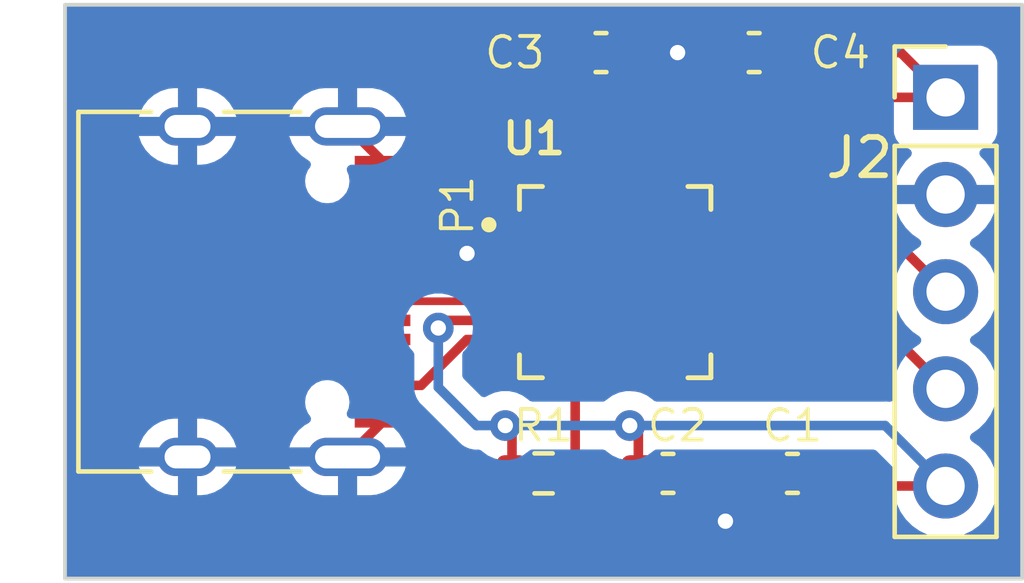
<source format=kicad_pcb>
(kicad_pcb (version 20221018) (generator pcbnew)
  (layers (0 "F.Cu" signal) (31 "B.Cu" signal) (34 "B.Paste" user) (35 "F.Paste" user) (36 "B.SilkS" user "B.Silkscreen") (37 "F.SilkS" user "F.Silkscreen") (38 "B.Mask" user) (39 "F.Mask" user) (44 "Edge.Cuts" user))
  (net 0 "")
  (net 1 "VDD")
  (net 2 "GND")
  (net 3 "VBUS")
  (net 4 "TXD")
  (net 5 "RXD")
  (net 7 "D+")
  (net 8 "D-")
  (net 10 "Net-(U1-~{RST})")
  (footprint "Capacitor_SMD:C_0603_1608Metric" (layer "F.Cu") (at 115.75 92.25)
    (fp_text reference "C2" (at 0.25 -1.25) (layer "F.SilkS") (effects (font (size 0.8 0.8) (thickness 0.1) bold)))
    (fp_text value "100nF")
    (fp_line (start -0.14058 -0.51) (end 0.14058 -0.51) (stroke (width 0.12)) (layer "F.SilkS"))
    (fp_line (start -0.14058 0.51) (end 0.14058 0.51) (stroke (width 0.12)) (layer "F.SilkS"))
    (pad "1" smd roundrect (at -0.775 0) (size 0.9 0.95) (layers "F.Cu" "F.Paste" "F.Mask") (net 1 "VDD"))
    (pad "2" smd roundrect (at 0.775 0) (size 0.9 0.95) (layers "F.Cu" "F.Paste" "F.Mask") (net 2 "GND"))
  )
  (footprint "Resistor_SMD:R_0603_1608Metric" (layer "F.Cu") (at 112.5 92.25)
    (fp_text reference "R1" (at 0 -1.25) (layer "F.SilkS") (effects (font (size 0.8 0.8) (thickness 0.1) bold)))
    (fp_text value "4.7K")
    (fp_line (start -0.237258 -0.5225) (end 0.237258 -0.5225) (stroke (width 0.12)) (layer "F.SilkS"))
    (fp_line (start -0.237258 0.5225) (end 0.237258 0.5225) (stroke (width 0.12)) (layer "F.SilkS"))
    (pad "1" smd roundrect (at -0.825 0) (size 0.8 0.95) (layers "F.Cu" "F.Paste" "F.Mask") (net 1 "VDD"))
    (pad "2" smd roundrect (at 0.825 0) (size 0.8 0.95) (layers "F.Cu" "F.Paste" "F.Mask") (net 10 "Net-(U1-~{RST})"))
  )
  (footprint "Connector_PinHeader_2.54mm:PinHeader_1x05_P2.54mm_Vertical" (layer "F.Cu") (at 123 82.42)
    (fp_text reference "J2" (at -2.25 1.58) (layer "F.SilkS"))
    (fp_text value "Conn_01x05_Pin" hide)
    (fp_line (start -1.33 -1.33) (end 0 -1.33) (stroke (width 0.12)) (layer "F.SilkS"))
    (fp_line (start -1.33 0) (end -1.33 -1.33) (stroke (width 0.12)) (layer "F.SilkS"))
    (fp_line (start -1.33 1.27) (end -1.33 11.49) (stroke (width 0.12)) (layer "F.SilkS"))
    (fp_line (start -1.33 1.27) (end 1.33 1.27) (stroke (width 0.12)) (layer "F.SilkS"))
    (fp_line (start -1.33 11.49) (end 1.33 11.49) (stroke (width 0.12)) (layer "F.SilkS"))
    (fp_line (start 1.33 1.27) (end 1.33 11.49) (stroke (width 0.12)) (layer "F.SilkS"))
    (pad "1" thru_hole rect (at 0 0) (size 1.7 1.7) (drill 1) (layers "*.Cu" "*.Mask") (net 3 "VBUS"))
    (pad "2" thru_hole oval (at 0 2.54) (size 1.7 1.7) (drill 1) (layers "*.Cu" "*.Mask") (net 2 "GND"))
    (pad "3" thru_hole oval (at 0 5.08) (size 1.7 1.7) (drill 1) (layers "*.Cu" "*.Mask") (net 4 "TXD"))
    (pad "4" thru_hole oval (at 0 7.62) (size 1.7 1.7) (drill 1) (layers "*.Cu" "*.Mask") (net 5 "RXD"))
    (pad "5" thru_hole oval (at 0 10.16) (size 1.7 1.7) (drill 1) (layers "*.Cu" "*.Mask") (net 1 "VDD"))
  )
  (footprint "CP2102-GM:QFN50P500X500X100-29N" (layer "F.Cu") (at 114.37 87.25)
    (fp_text reference "U1" (at -2.12 -3.75) (layer "F.SilkS") (effects (font (size 0.8 0.8))))
    (fp_text value "CP2102-GM")
    (fp_line (start -2.5 -2.5) (end -1.9 -2.5) (stroke (width 0.127)) (layer "F.SilkS"))
    (fp_line (start -2.5 -1.9) (end -2.5 -2.5) (stroke (width 0.127)) (layer "F.SilkS"))
    (fp_line (start -2.5 2.5) (end -2.5 1.9) (stroke (width 0.127)) (layer "F.SilkS"))
    (fp_line (start -1.9 2.5) (end -2.5 2.5) (stroke (width 0.127)) (layer "F.SilkS"))
    (fp_line (start 1.9 -2.5) (end 2.5 -2.5) (stroke (width 0.127)) (layer "F.SilkS"))
    (fp_line (start 2.5 -2.5) (end 2.5 -1.9) (stroke (width 0.127)) (layer "F.SilkS"))
    (fp_line (start 2.5 1.9) (end 2.5 2.5) (stroke (width 0.127)) (layer "F.SilkS"))
    (fp_line (start 2.5 2.5) (end 1.9 2.5) (stroke (width 0.127)) (layer "F.SilkS"))
    (fp_circle (center -3.3 -1.5) (end -3.2 -1.5) (stroke (width 0.2)) (fill none) (layer "F.SilkS"))
    (pad "1" smd roundrect (at -2.37 -1.5 270) (size 0.26 0.97) (layers "F.Cu" "F.Paste" "F.Mask") (roundrect_rratio 0.24))
    (pad "2" smd roundrect (at -2.37 -1 270) (size 0.26 0.97) (layers "F.Cu" "F.Paste" "F.Mask") (roundrect_rratio 0.24))
    (pad "3" smd roundrect (at -2.37 -0.5 270) (size 0.26 0.97) (layers "F.Cu" "F.Paste" "F.Mask") (roundrect_rratio 0.24) (net 2 "GND"))
    (pad "4" smd roundrect (at -2.37 0 270) (size 0.26 0.97) (layers "F.Cu" "F.Paste" "F.Mask") (roundrect_rratio 0.24) (net 7 "D+"))
    (pad "5" smd roundrect (at -2.37 0.5 270) (size 0.26 0.97) (layers "F.Cu" "F.Paste" "F.Mask") (roundrect_rratio 0.24) (net 8 "D-"))
    (pad "6" smd roundrect (at -2.37 1 270) (size 0.26 0.97) (layers "F.Cu" "F.Paste" "F.Mask") (roundrect_rratio 0.24) (net 1 "VDD"))
    (pad "7" smd roundrect (at -2.37 1.5 270) (size 0.26 0.97) (layers "F.Cu" "F.Paste" "F.Mask") (roundrect_rratio 0.24) (net 3 "VBUS"))
    (pad "8" smd roundrect (at -1.5 2.37) (size 0.26 0.97) (layers "F.Cu" "F.Paste" "F.Mask") (roundrect_rratio 0.24) (net 3 "VBUS"))
    (pad "9" smd roundrect (at -1 2.37) (size 0.26 0.97) (layers "F.Cu" "F.Paste" "F.Mask") (roundrect_rratio 0.24) (net 10 "Net-(U1-~{RST})"))
    (pad "10" smd roundrect (at -0.5 2.37) (size 0.26 0.97) (layers "F.Cu" "F.Paste" "F.Mask") (roundrect_rratio 0.24))
    (pad "11" smd roundrect (at 0 2.37) (size 0.26 0.97) (layers "F.Cu" "F.Paste" "F.Mask") (roundrect_rratio 0.24))
    (pad "12" smd roundrect (at 0.5 2.37) (size 0.26 0.97) (layers "F.Cu" "F.Paste" "F.Mask") (roundrect_rratio 0.24))
    (pad "13" smd roundrect (at 1 2.37) (size 0.26 0.97) (layers "F.Cu" "F.Paste" "F.Mask") (roundrect_rratio 0.24))
    (pad "14" smd roundrect (at 1.5 2.37) (size 0.26 0.97) (layers "F.Cu" "F.Paste" "F.Mask") (roundrect_rratio 0.24))
    (pad "15" smd roundrect (at 2.37 1.5 270) (size 0.26 0.97) (layers "F.Cu" "F.Paste" "F.Mask") (roundrect_rratio 0.24))
    (pad "16" smd roundrect (at 2.37 1 270) (size 0.26 0.97) (layers "F.Cu" "F.Paste" "F.Mask") (roundrect_rratio 0.24))
    (pad "17" smd roundrect (at 2.37 0.5 270) (size 0.26 0.97) (layers "F.Cu" "F.Paste" "F.Mask") (roundrect_rratio 0.24))
    (pad "18" smd roundrect (at 2.37 0 270) (size 0.26 0.97) (layers "F.Cu" "F.Paste" "F.Mask") (roundrect_rratio 0.24))
    (pad "19" smd roundrect (at 2.37 -0.5 270) (size 0.26 0.97) (layers "F.Cu" "F.Paste" "F.Mask") (roundrect_rratio 0.24))
    (pad "20" smd roundrect (at 2.37 -1 270) (size 0.26 0.97) (layers "F.Cu" "F.Paste" "F.Mask") (roundrect_rratio 0.24))
    (pad "21" smd roundrect (at 2.37 -1.5 270) (size 0.26 0.97) (layers "F.Cu" "F.Paste" "F.Mask") (roundrect_rratio 0.24))
    (pad "22" smd roundrect (at 1.5 -2.37) (size 0.26 0.97) (layers "F.Cu" "F.Paste" "F.Mask") (roundrect_rratio 0.24))
    (pad "23" smd roundrect (at 1 -2.37) (size 0.26 0.97) (layers "F.Cu" "F.Paste" "F.Mask") (roundrect_rratio 0.24))
    (pad "24" smd roundrect (at 0.5 -2.37) (size 0.26 0.97) (layers "F.Cu" "F.Paste" "F.Mask") (roundrect_rratio 0.24))
    (pad "25" smd roundrect (at 0 -2.37) (size 0.26 0.97) (layers "F.Cu" "F.Paste" "F.Mask") (roundrect_rratio 0.24) (net 5 "RXD"))
    (pad "26" smd roundrect (at -0.5 -2.37) (size 0.26 0.97) (layers "F.Cu" "F.Paste" "F.Mask") (roundrect_rratio 0.24) (net 4 "TXD"))
    (pad "27" smd roundrect (at -1 -2.37) (size 0.26 0.97) (layers "F.Cu" "F.Paste" "F.Mask") (roundrect_rratio 0.24))
    (pad "28" smd roundrect (at -1.5 -2.37) (size 0.26 0.97) (layers "F.Cu" "F.Paste" "F.Mask") (roundrect_rratio 0.24))
    (pad "29" smd rect (at 0 0) (size 3.15 3.15) (layers "F.Cu" "F.Mask") (net 2 "GND"))
  )
  (footprint "Capacitor_SMD:C_0603_1608Metric" (layer "F.Cu") (at 114 81.25)
    (fp_text reference "C3" (at -2.25 0) (layer "F.SilkS") (effects (font (size 0.8 0.8) (thickness 0.1) bold)))
    (fp_text value "1uF")
    (fp_line (start -0.14058 -0.51) (end 0.14058 -0.51) (stroke (width 0.12)) (layer "F.SilkS"))
    (fp_line (start -0.14058 0.51) (end 0.14058 0.51) (stroke (width 0.12)) (layer "F.SilkS"))
    (pad "1" smd roundrect (at -0.775 0) (size 0.9 0.95) (layers "F.Cu" "F.Paste" "F.Mask") (net 3 "VBUS"))
    (pad "2" smd roundrect (at 0.775 0) (size 0.9 0.95) (layers "F.Cu" "F.Paste" "F.Mask") (net 2 "GND"))
  )
  (footprint "Connector_USB:USB_C_Receptacle_HRO_TYPE-C-31-M-12" (layer "F.Cu") (at 104.25 87.5 -90)
    (fp_text reference "P1" (at -2.25 -6 90) (layer "F.SilkS") (effects (font (size 0.8 0.8) (thickness 0.1) bold)))
    (fp_text value "USB_C_Plug_USB2.0")
    (fp_line (start -4.7 -1.9) (end -4.7 0.1) (stroke (width 0.12)) (layer "F.SilkS"))
    (fp_line (start -4.7 2) (end -4.7 3.9) (stroke (width 0.12)) (layer "F.SilkS"))
    (fp_line (start -4.7 3.9) (end 4.7 3.9) (stroke (width 0.12)) (layer "F.SilkS"))
    (fp_line (start 4.7 -1.9) (end 4.7 0.1) (stroke (width 0.12)) (layer "F.SilkS"))
    (fp_line (start 4.7 2) (end 4.7 3.9) (stroke (width 0.12)) (layer "F.SilkS"))
    (pad "" np_thru_hole circle (at -2.89 -2.6 270) (size 0.65 0.65) (drill 0.65) (layers "*.Cu" "*.Mask"))
    (pad "" np_thru_hole circle (at 2.89 -2.6 270) (size 0.65 0.65) (drill 0.65) (layers "*.Cu" "*.Mask"))
    (pad "A1" smd rect (at -3.25 -4.045 270) (size 0.6 1.45) (layers "F.Cu" "F.Paste" "F.Mask") (net 2 "GND"))
    (pad "A4" smd rect (at -2.45 -4.045 270) (size 0.6 1.45) (layers "F.Cu" "F.Paste" "F.Mask") (net 3 "VBUS"))
    (pad "A5" smd rect (at -1.25 -4.045 270) (size 0.3 1.45) (layers "F.Cu" "F.Paste" "F.Mask"))
    (pad "A6" smd rect (at -0.25 -4.045 270) (size 0.3 1.45) (layers "F.Cu" "F.Paste" "F.Mask") (net 7 "D+"))
    (pad "A7" smd rect (at 0.25 -4.045 270) (size 0.3 1.45) (layers "F.Cu" "F.Paste" "F.Mask") (net 8 "D-"))
    (pad "A8" smd rect (at 1.25 -4.045 270) (size 0.3 1.45) (layers "F.Cu" "F.Paste" "F.Mask"))
    (pad "A9" smd rect (at 2.45 -4.045 270) (size 0.6 1.45) (layers "F.Cu" "F.Paste" "F.Mask") (net 3 "VBUS"))
    (pad "A12" smd rect (at 3.25 -4.045 270) (size 0.6 1.45) (layers "F.Cu" "F.Paste" "F.Mask") (net 2 "GND"))
    (pad "B1" smd rect (at 3.25 -4.045 270) (size 0.6 1.45) (layers "F.Cu" "F.Paste" "F.Mask") (net 2 "GND"))
    (pad "B4" smd rect (at 2.45 -4.045 270) (size 0.6 1.45) (layers "F.Cu" "F.Paste" "F.Mask") (net 3 "VBUS"))
    (pad "B5" smd rect (at 1.75 -4.045 270) (size 0.3 1.45) (layers "F.Cu" "F.Paste" "F.Mask"))
    (pad "B6" smd rect (at 0.75 -4.045 270) (size 0.3 1.45) (layers "F.Cu" "F.Paste" "F.Mask"))
    (pad "B7" smd rect (at -0.75 -4.045 270) (size 0.3 1.45) (layers "F.Cu" "F.Paste" "F.Mask"))
    (pad "B8" smd rect (at -1.75 -4.045 270) (size 0.3 1.45) (layers "F.Cu" "F.Paste" "F.Mask"))
    (pad "B9" smd rect (at -2.45 -4.045 270) (size 0.6 1.45) (layers "F.Cu" "F.Paste" "F.Mask") (net 3 "VBUS"))
    (pad "B12" smd rect (at -3.25 -4.045 270) (size 0.6 1.45) (layers "F.Cu" "F.Paste" "F.Mask") (net 2 "GND"))
    (pad "S1" thru_hole oval (at -4.32 -3.13 270) (size 1 2.1) (drill oval 0.6 1.7) (layers "*.Cu" "*.Mask") (net 2 "GND"))
    (pad "S1" thru_hole oval (at -4.32 1.05 270) (size 1 1.6) (drill oval 0.6 1.2) (layers "*.Cu" "*.Mask") (net 2 "GND"))
    (pad "S1" thru_hole oval (at 4.32 -3.13 270) (size 1 2.1) (drill oval 0.6 1.7) (layers "*.Cu" "*.Mask") (net 2 "GND"))
    (pad "S1" thru_hole oval (at 4.32 1.05 270) (size 1 1.6) (drill oval 0.6 1.2) (layers "*.Cu" "*.Mask") (net 2 "GND"))
  )
  (footprint "Capacitor_SMD:C_0603_1608Metric" (layer "F.Cu") (at 119 92.25 180)
    (fp_text reference "C1" (at 0 1.25) (layer "F.SilkS") (effects (font (size 0.8 0.8) (thickness 0.1) bold)))
    (fp_text value "4.7uF")
    (fp_line (start -0.14058 -0.51) (end 0.14058 -0.51) (stroke (width 0.12)) (layer "F.SilkS"))
    (fp_line (start -0.14058 0.51) (end 0.14058 0.51) (stroke (width 0.12)) (layer "F.SilkS"))
    (pad "1" smd roundrect (at -0.775 0 180) (size 0.9 0.95) (layers "F.Cu" "F.Paste" "F.Mask") (net 1 "VDD"))
    (pad "2" smd roundrect (at 0.775 0 180) (size 0.9 0.95) (layers "F.Cu" "F.Paste" "F.Mask") (net 2 "GND"))
  )
  (footprint "Capacitor_SMD:C_0603_1608Metric" (layer "F.Cu") (at 118 81.25 180)
    (fp_text reference "C4" (at -2.25 0) (layer "F.SilkS") (effects (font (size 0.8 0.8) (thickness 0.1) bold)))
    (fp_text value "0.1uF")
    (fp_line (start -0.14058 -0.51) (end 0.14058 -0.51) (stroke (width 0.12)) (layer "F.SilkS"))
    (fp_line (start -0.14058 0.51) (end 0.14058 0.51) (stroke (width 0.12)) (layer "F.SilkS"))
    (pad "1" smd roundrect (at -0.775 0 180) (size 0.9 0.95) (layers "F.Cu" "F.Paste" "F.Mask") (net 3 "VBUS"))
    (pad "2" smd roundrect (at 0.775 0 180) (size 0.9 0.95) (layers "F.Cu" "F.Paste" "F.Mask") (net 2 "GND"))
  )
  (gr_rect (start 100 80) (end 125 95) (stroke (width 0.1)) (fill none) (layer "Edge.Cuts"))
  (gr_rect (start 116.75 91.5) (end 116.75 91.5) (stroke (width 0.1)) (fill none) (layer "Edge.Cuts"))
  (segment (start 119.775 92.25) (end 120.105 92.58) (width 0.25) (layer "F.Cu") (net 1))
  (segment (start 111.675 91.175) (end 111.5 91) (width 0.25) (layer "F.Cu") (net 1))
  (segment (start 112 88.25) (end 109.9495 88.25) (width 0.25) (layer "F.Cu") (net 1))
  (segment (start 114.975 92.25) (end 114.975 91.225) (width 0.25) (layer "F.Cu") (net 1))
  (segment (start 114.975 91.225) (end 114.75 91) (width 0.25) (layer "F.Cu") (net 1))
  (segment (start 109.9495 88.25) (end 109.75 88.4495) (width 0.25) (layer "F.Cu") (net 1))
  (segment (start 120.105 92.58) (end 123 92.58) (width 0.25) (layer "F.Cu") (net 1))
  (segment (start 111.675 92.25) (end 111.675 91.175) (width 0.25) (layer "F.Cu") (net 1))
  (via (at 114.75 91) (size 0.8) (drill 0.4) (layers "F.Cu" "B.Cu") (net 1))
  (via (at 111.5 91) (size 0.8) (drill 0.4) (layers "F.Cu" "B.Cu") (net 1))
  (via (at 109.75 88.4495) (size 0.8) (drill 0.4) (layers "F.Cu" "B.Cu") (net 1))
  (segment (start 109.75 88.4495) (end 109.75 90) (width 0.25) (layer "B.Cu") (net 1))
  (segment (start 110.75 91) (end 111.5 91) (width 0.25) (layer "B.Cu") (net 1))
  (segment (start 111.5 91) (end 114.75 91) (width 0.25) (layer "B.Cu") (net 1))
  (segment (start 121.42 91) (end 123 92.58) (width 0.25) (layer "B.Cu") (net 1))
  (segment (start 109.75 90) (end 110.75 91) (width 0.25) (layer "B.Cu") (net 1))
  (segment (start 114.75 91) (end 121.42 91) (width 0.25) (layer "B.Cu") (net 1))
  (segment (start 112 86.75) (end 113.87 86.75) (width 0.25) (layer "F.Cu") (net 2))
  (segment (start 113.87 86.75) (end 114.37 87.25) (width 0.25) (layer "F.Cu") (net 2))
  (segment (start 118.225 92.525) (end 117.25 93.5) (width 0.25) (layer "F.Cu") (net 2))
  (segment (start 108.295 90.75) (end 108.295 90.905) (width 0.25) (layer "F.Cu") (net 2))
  (segment (start 114.775 81.25) (end 116 81.25) (width 0.25) (layer "F.Cu") (net 2))
  (segment (start 112 86.75) (end 110.75 86.75) (width 0.25) (layer "F.Cu") (net 2))
  (segment (start 108.295 90.905) (end 107.38 91.82) (width 0.25) (layer "F.Cu") (net 2))
  (segment (start 116.525 92.25) (end 116.525 92.775) (width 0.25) (layer "F.Cu") (net 2))
  (segment (start 118.225 92.25) (end 118.225 92.525) (width 0.25) (layer "F.Cu") (net 2))
  (segment (start 117.225 81.25) (end 116 81.25) (width 0.25) (layer "F.Cu") (net 2))
  (segment (start 110.75 86.75) (end 110.5 86.5) (width 0.25) (layer "F.Cu") (net 2))
  (segment (start 116.525 92.775) (end 117.25 93.5) (width 0.25) (layer "F.Cu") (net 2))
  (segment (start 108.295 84.25) (end 108.295 84.095) (width 0.25) (layer "F.Cu") (net 2))
  (segment (start 108.295 84.095) (end 107.38 83.18) (width 0.25) (layer "F.Cu") (net 2))
  (via (at 110.5 86.5) (size 0.8) (drill 0.4) (layers "F.Cu" "B.Cu") (net 2))
  (via (at 117.25 93.5) (size 0.8) (drill 0.4) (layers "F.Cu" "B.Cu") (net 2))
  (via (at 116 81.25) (size 0.8) (drill 0.4) (layers "F.Cu" "B.Cu") (net 2))
  (segment (start 108.295 85.05) (end 109.27 85.05) (width 0.25) (layer "F.Cu") (net 3))
  (segment (start 111.66 82.66) (end 111.9 82.42) (width 0.25) (layer "F.Cu") (net 3))
  (segment (start 109.3 89.95) (end 110.5 88.75) (width 0.25) (layer "F.Cu") (net 3))
  (segment (start 110.5 88.75) (end 112 88.75) (width 0.25) (layer "F.Cu") (net 3))
  (segment (start 113.07 81.25) (end 111.66 82.66) (width 0.25) (layer "F.Cu") (net 3))
  (segment (start 111.9 82.42) (end 123 82.42) (width 0.25) (layer "F.Cu") (net 3))
  (segment (start 118.775 81.25) (end 121.83 81.25) (width 0.25) (layer "F.Cu") (net 3))
  (segment (start 107.47 89.95) (end 108.295 89.95) (width 0.25) (layer "F.Cu") (net 3))
  (segment (start 108.295 85.05) (end 107.399949 85.05) (width 0.25) (layer "F.Cu") (net 3))
  (segment (start 112.87 89.62) (end 112 88.75) (width 0.25) (layer "F.Cu") (net 3))
  (segment (start 106.75 89.23) (end 107.47 89.95) (width 0.25) (layer "F.Cu") (net 3))
  (segment (start 107.399949 85.05) (end 106.75 85.699949) (width 0.25) (layer "F.Cu") (net 3))
  (segment (start 113.225 81.25) (end 113.07 81.25) (width 0.25) (layer "F.Cu") (net 3))
  (segment (start 121.83 81.25) (end 123 82.42) (width 0.25) (layer "F.Cu") (net 3))
  (segment (start 106.75 85.699949) (end 106.75 89.23) (width 0.25) (layer "F.Cu") (net 3))
  (segment (start 109.27 85.05) (end 111.66 82.66) (width 0.25) (layer "F.Cu") (net 3))
  (segment (start 108.295 89.95) (end 109.3 89.95) (width 0.25) (layer "F.Cu") (net 3))
  (segment (start 118.8 83.3) (end 123 87.5) (width 0.25) (layer "F.Cu") (net 4))
  (segment (start 113.87 84.88) (end 113.87 84.205538) (width 0.25) (layer "F.Cu") (net 4))
  (segment (start 113.87 84.205538) (end 114.775538 83.3) (width 0.25) (layer "F.Cu") (net 4))
  (segment (start 114.775538 83.3) (end 118.8 83.3) (width 0.25) (layer "F.Cu") (net 4))
  (segment (start 121.25 88.29) (end 123 90.04) (width 0.25) (layer "F.Cu") (net 5))
  (segment (start 121.25 86.386396) (end 121.25 88.29) (width 0.25) (layer "F.Cu") (net 5))
  (segment (start 114.37 84.341934) (end 114.961934 83.75) (width 0.25) (layer "F.Cu") (net 5))
  (segment (start 114.961934 83.75) (end 118.613604 83.75) (width 0.25) (layer "F.Cu") (net 5))
  (segment (start 118.613604 83.75) (end 121.25 86.386396) (width 0.25) (layer "F.Cu") (net 5))
  (segment (start 114.37 84.88) (end 114.37 84.341934) (width 0.25) (layer "F.Cu") (net 5))
  (segment (start 108.295 87.25) (end 112 87.25) (width 0.2) (layer "F.Cu") (net 7))
  (segment (start 108.295 87.75) (end 112 87.75) (width 0.2) (layer "F.Cu") (net 8))
  (segment (start 113.325 92.25) (end 113.325 89.665) (width 0.25) (layer "F.Cu") (net 10))
  (segment (start 113.325 89.665) (end 113.37 89.62) (width 0.25) (layer "F.Cu") (net 10))
  (zone (net 2) (net_name "GND") (layer "B.Cu") (connect_pads (clearance 0.5)) (min_thickness 0.25) (fill yes (thermal_gap 0.5) (thermal_bridge_width 0.5))
    (polygon (pts (xy 100 80) (xy 125 80) (xy 125 95) (xy 100 95)))
  )
)
</source>
